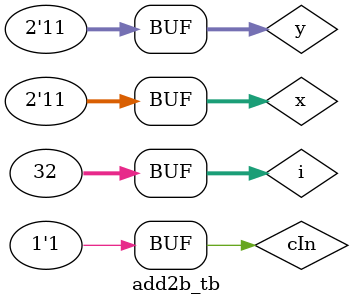
<source format=v>
module add2b(
  input [1:0] x, y,
  input  cIn,
  output [1:0] z,
  output cOut
);

wire c1;

fac fac1(
  .x(x[0]),
  .y(y[0]),
  .cIn(cIn),
  .z(z[0]),
  .cOut(c1)
);

fac fac2(
  .x(x[1]),
  .y(y[1]),
  .cIn(c1),
  .z(z[1]),
  .cOut(cOut)
);

endmodule

module add2b_tb(
);
  reg [1:0] x, y;
  reg cIn;
  wire [1:0] z;
  wire cOut;
  
  add2b dut(
    .x(x),
    .y(y),
    .cIn(cIn),
    .z(z),
    .cOut(cOut)
  );
  
  integer i;
  initial begin
  $display("time\tx\ty\\tcIn\t||z\tcOut");
  $monitor("%4t\t%b\t%b\t%b\t||%b\t%b",$time,x,y,cIn,z,cOut);
  for(i=0;i<32;i=i+1) begin
    {x,y,cIn} = i;
    #10;
  end
end
endmodule
</source>
